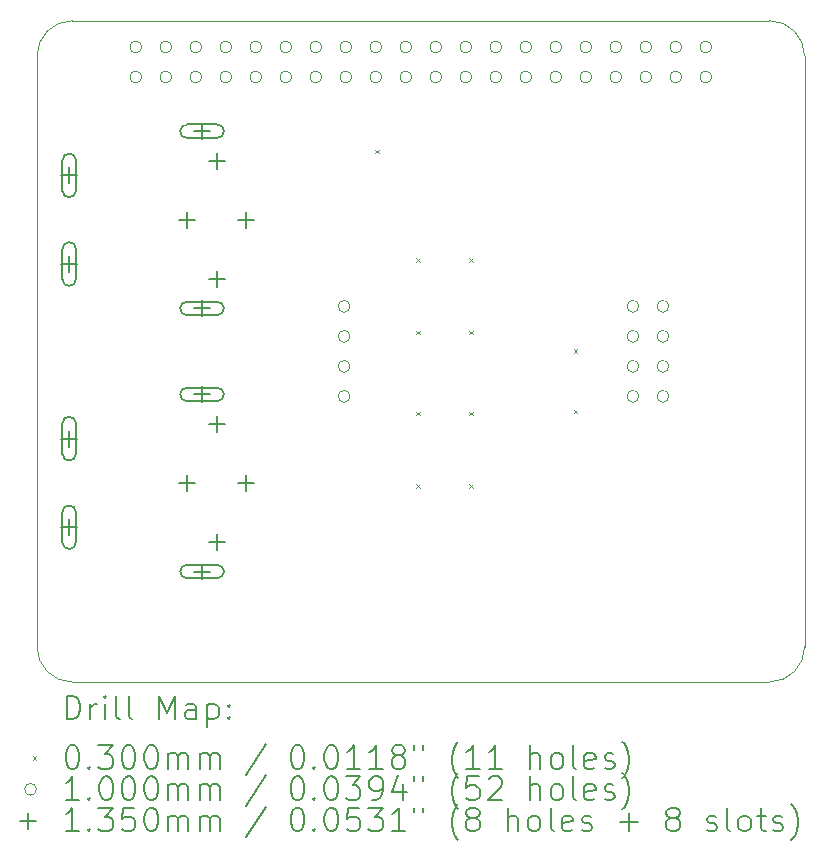
<source format=gbr>
%FSLAX45Y45*%
G04 Gerber Fmt 4.5, Leading zero omitted, Abs format (unit mm)*
G04 Created by KiCad (PCBNEW (6.0.2)) date 2022-03-15 19:16:56*
%MOMM*%
%LPD*%
G01*
G04 APERTURE LIST*
%TA.AperFunction,Profile*%
%ADD10C,0.100000*%
%TD*%
%ADD11C,0.200000*%
%ADD12C,0.030000*%
%ADD13C,0.100000*%
%ADD14C,0.135000*%
G04 APERTURE END LIST*
D10*
X11000000Y-5600000D02*
G75*
G03*
X10700000Y-5900000I0J-300000D01*
G01*
X10700000Y-10900000D02*
G75*
G03*
X11000000Y-11200000I300000J0D01*
G01*
X16900000Y-11200000D02*
G75*
G03*
X17200000Y-10900000I0J300000D01*
G01*
X11000000Y-11200000D02*
X16900000Y-11200000D01*
X16900000Y-5600000D02*
X11000000Y-5600000D01*
X17200000Y-10900000D02*
X17200000Y-5900000D01*
X17200000Y-5900000D02*
G75*
G03*
X16900000Y-5600000I-300000J0D01*
G01*
X10700000Y-5900000D02*
X10700000Y-10900000D01*
D11*
D12*
X13566000Y-6692250D02*
X13596000Y-6722250D01*
X13596000Y-6692250D02*
X13566000Y-6722250D01*
X13911250Y-7610000D02*
X13941250Y-7640000D01*
X13941250Y-7610000D02*
X13911250Y-7640000D01*
X13911250Y-8224272D02*
X13941250Y-8254272D01*
X13941250Y-8224272D02*
X13911250Y-8254272D01*
X13911250Y-8910727D02*
X13941250Y-8940727D01*
X13941250Y-8910727D02*
X13911250Y-8940727D01*
X13911250Y-9525000D02*
X13941250Y-9555000D01*
X13941250Y-9525000D02*
X13911250Y-9555000D01*
X14358750Y-7610000D02*
X14388750Y-7640000D01*
X14388750Y-7610000D02*
X14358750Y-7640000D01*
X14358750Y-8224272D02*
X14388750Y-8254272D01*
X14388750Y-8224272D02*
X14358750Y-8254272D01*
X14358750Y-8910727D02*
X14388750Y-8940727D01*
X14388750Y-8910727D02*
X14358750Y-8940727D01*
X14358750Y-9525000D02*
X14388750Y-9555000D01*
X14388750Y-9525000D02*
X14358750Y-9555000D01*
X15243750Y-8380000D02*
X15273750Y-8410000D01*
X15273750Y-8380000D02*
X15243750Y-8410000D01*
X15243750Y-8895000D02*
X15273750Y-8925000D01*
X15273750Y-8895000D02*
X15243750Y-8925000D01*
D13*
X11587000Y-5823000D02*
G75*
G03*
X11587000Y-5823000I-50000J0D01*
G01*
X11587000Y-6077000D02*
G75*
G03*
X11587000Y-6077000I-50000J0D01*
G01*
X11841000Y-5823000D02*
G75*
G03*
X11841000Y-5823000I-50000J0D01*
G01*
X11841000Y-6077000D02*
G75*
G03*
X11841000Y-6077000I-50000J0D01*
G01*
X12095000Y-5823000D02*
G75*
G03*
X12095000Y-5823000I-50000J0D01*
G01*
X12095000Y-6077000D02*
G75*
G03*
X12095000Y-6077000I-50000J0D01*
G01*
X12349000Y-5823000D02*
G75*
G03*
X12349000Y-5823000I-50000J0D01*
G01*
X12349000Y-6077000D02*
G75*
G03*
X12349000Y-6077000I-50000J0D01*
G01*
X12603000Y-5823000D02*
G75*
G03*
X12603000Y-5823000I-50000J0D01*
G01*
X12603000Y-6077000D02*
G75*
G03*
X12603000Y-6077000I-50000J0D01*
G01*
X12857000Y-5823000D02*
G75*
G03*
X12857000Y-5823000I-50000J0D01*
G01*
X12857000Y-6077000D02*
G75*
G03*
X12857000Y-6077000I-50000J0D01*
G01*
X13111000Y-5823000D02*
G75*
G03*
X13111000Y-5823000I-50000J0D01*
G01*
X13111000Y-6077000D02*
G75*
G03*
X13111000Y-6077000I-50000J0D01*
G01*
X13350000Y-8019000D02*
G75*
G03*
X13350000Y-8019000I-50000J0D01*
G01*
X13350000Y-8273000D02*
G75*
G03*
X13350000Y-8273000I-50000J0D01*
G01*
X13350000Y-8527000D02*
G75*
G03*
X13350000Y-8527000I-50000J0D01*
G01*
X13350000Y-8781000D02*
G75*
G03*
X13350000Y-8781000I-50000J0D01*
G01*
X13365000Y-5823000D02*
G75*
G03*
X13365000Y-5823000I-50000J0D01*
G01*
X13365000Y-6077000D02*
G75*
G03*
X13365000Y-6077000I-50000J0D01*
G01*
X13619000Y-5823000D02*
G75*
G03*
X13619000Y-5823000I-50000J0D01*
G01*
X13619000Y-6077000D02*
G75*
G03*
X13619000Y-6077000I-50000J0D01*
G01*
X13873000Y-5823000D02*
G75*
G03*
X13873000Y-5823000I-50000J0D01*
G01*
X13873000Y-6077000D02*
G75*
G03*
X13873000Y-6077000I-50000J0D01*
G01*
X14127000Y-5823000D02*
G75*
G03*
X14127000Y-5823000I-50000J0D01*
G01*
X14127000Y-6077000D02*
G75*
G03*
X14127000Y-6077000I-50000J0D01*
G01*
X14381000Y-5823000D02*
G75*
G03*
X14381000Y-5823000I-50000J0D01*
G01*
X14381000Y-6077000D02*
G75*
G03*
X14381000Y-6077000I-50000J0D01*
G01*
X14635000Y-5823000D02*
G75*
G03*
X14635000Y-5823000I-50000J0D01*
G01*
X14635000Y-6077000D02*
G75*
G03*
X14635000Y-6077000I-50000J0D01*
G01*
X14889000Y-5823000D02*
G75*
G03*
X14889000Y-5823000I-50000J0D01*
G01*
X14889000Y-6077000D02*
G75*
G03*
X14889000Y-6077000I-50000J0D01*
G01*
X15143000Y-5823000D02*
G75*
G03*
X15143000Y-5823000I-50000J0D01*
G01*
X15143000Y-6077000D02*
G75*
G03*
X15143000Y-6077000I-50000J0D01*
G01*
X15397000Y-5823000D02*
G75*
G03*
X15397000Y-5823000I-50000J0D01*
G01*
X15397000Y-6077000D02*
G75*
G03*
X15397000Y-6077000I-50000J0D01*
G01*
X15651000Y-5823000D02*
G75*
G03*
X15651000Y-5823000I-50000J0D01*
G01*
X15651000Y-6077000D02*
G75*
G03*
X15651000Y-6077000I-50000J0D01*
G01*
X15796000Y-8019000D02*
G75*
G03*
X15796000Y-8019000I-50000J0D01*
G01*
X15796000Y-8273000D02*
G75*
G03*
X15796000Y-8273000I-50000J0D01*
G01*
X15796000Y-8527000D02*
G75*
G03*
X15796000Y-8527000I-50000J0D01*
G01*
X15796000Y-8781000D02*
G75*
G03*
X15796000Y-8781000I-50000J0D01*
G01*
X15905000Y-5823000D02*
G75*
G03*
X15905000Y-5823000I-50000J0D01*
G01*
X15905000Y-6077000D02*
G75*
G03*
X15905000Y-6077000I-50000J0D01*
G01*
X16050000Y-8019000D02*
G75*
G03*
X16050000Y-8019000I-50000J0D01*
G01*
X16050000Y-8273000D02*
G75*
G03*
X16050000Y-8273000I-50000J0D01*
G01*
X16050000Y-8527000D02*
G75*
G03*
X16050000Y-8527000I-50000J0D01*
G01*
X16050000Y-8781000D02*
G75*
G03*
X16050000Y-8781000I-50000J0D01*
G01*
X16159000Y-5823000D02*
G75*
G03*
X16159000Y-5823000I-50000J0D01*
G01*
X16159000Y-6077000D02*
G75*
G03*
X16159000Y-6077000I-50000J0D01*
G01*
X16413000Y-5823000D02*
G75*
G03*
X16413000Y-5823000I-50000J0D01*
G01*
X16413000Y-6077000D02*
G75*
G03*
X16413000Y-6077000I-50000J0D01*
G01*
D14*
X10972500Y-6843333D02*
X10972500Y-6978333D01*
X10905000Y-6910833D02*
X11040000Y-6910833D01*
D11*
X10915000Y-6783333D02*
X10915000Y-7038333D01*
X11030000Y-6783333D02*
X11030000Y-7038333D01*
X10915000Y-7038333D02*
G75*
G03*
X11030000Y-7038333I57500J0D01*
G01*
X11030000Y-6783333D02*
G75*
G03*
X10915000Y-6783333I-57500J0D01*
G01*
D14*
X10972500Y-7593333D02*
X10972500Y-7728333D01*
X10905000Y-7660833D02*
X11040000Y-7660833D01*
D11*
X10915000Y-7533333D02*
X10915000Y-7788333D01*
X11030000Y-7533333D02*
X11030000Y-7788333D01*
X10915000Y-7788333D02*
G75*
G03*
X11030000Y-7788333I57500J0D01*
G01*
X11030000Y-7533333D02*
G75*
G03*
X10915000Y-7533333I-57500J0D01*
G01*
D14*
X10972500Y-9071667D02*
X10972500Y-9206667D01*
X10905000Y-9139167D02*
X11040000Y-9139167D01*
D11*
X10915000Y-9011667D02*
X10915000Y-9266667D01*
X11030000Y-9011667D02*
X11030000Y-9266667D01*
X10915000Y-9266667D02*
G75*
G03*
X11030000Y-9266667I57500J0D01*
G01*
X11030000Y-9011667D02*
G75*
G03*
X10915000Y-9011667I-57500J0D01*
G01*
D14*
X10972500Y-9821667D02*
X10972500Y-9956667D01*
X10905000Y-9889167D02*
X11040000Y-9889167D01*
D11*
X10915000Y-9761667D02*
X10915000Y-10016667D01*
X11030000Y-9761667D02*
X11030000Y-10016667D01*
X10915000Y-10016667D02*
G75*
G03*
X11030000Y-10016667I57500J0D01*
G01*
X11030000Y-9761667D02*
G75*
G03*
X10915000Y-9761667I-57500J0D01*
G01*
D14*
X11972500Y-7218333D02*
X11972500Y-7353333D01*
X11905000Y-7285833D02*
X12040000Y-7285833D01*
X11972500Y-9446667D02*
X11972500Y-9581667D01*
X11905000Y-9514167D02*
X12040000Y-9514167D01*
X12097500Y-6468333D02*
X12097500Y-6603333D01*
X12030000Y-6535833D02*
X12165000Y-6535833D01*
D11*
X12225000Y-6478333D02*
X11970000Y-6478333D01*
X12225000Y-6593333D02*
X11970000Y-6593333D01*
X11970000Y-6478333D02*
G75*
G03*
X11970000Y-6593333I0J-57500D01*
G01*
X12225000Y-6593333D02*
G75*
G03*
X12225000Y-6478333I0J57500D01*
G01*
D14*
X12097500Y-7968333D02*
X12097500Y-8103333D01*
X12030000Y-8035833D02*
X12165000Y-8035833D01*
D11*
X12225000Y-7978333D02*
X11970000Y-7978333D01*
X12225000Y-8093333D02*
X11970000Y-8093333D01*
X11970000Y-7978333D02*
G75*
G03*
X11970000Y-8093333I0J-57500D01*
G01*
X12225000Y-8093333D02*
G75*
G03*
X12225000Y-7978333I0J57500D01*
G01*
D14*
X12097500Y-8696667D02*
X12097500Y-8831667D01*
X12030000Y-8764167D02*
X12165000Y-8764167D01*
D11*
X12225000Y-8706667D02*
X11970000Y-8706667D01*
X12225000Y-8821667D02*
X11970000Y-8821667D01*
X11970000Y-8706667D02*
G75*
G03*
X11970000Y-8821667I0J-57500D01*
G01*
X12225000Y-8821667D02*
G75*
G03*
X12225000Y-8706667I0J57500D01*
G01*
D14*
X12097500Y-10196667D02*
X12097500Y-10331667D01*
X12030000Y-10264167D02*
X12165000Y-10264167D01*
D11*
X12225000Y-10206667D02*
X11970000Y-10206667D01*
X12225000Y-10321667D02*
X11970000Y-10321667D01*
X11970000Y-10206667D02*
G75*
G03*
X11970000Y-10321667I0J-57500D01*
G01*
X12225000Y-10321667D02*
G75*
G03*
X12225000Y-10206667I0J57500D01*
G01*
D14*
X12222500Y-6718333D02*
X12222500Y-6853333D01*
X12155000Y-6785833D02*
X12290000Y-6785833D01*
X12222500Y-7718333D02*
X12222500Y-7853333D01*
X12155000Y-7785833D02*
X12290000Y-7785833D01*
X12222500Y-8946667D02*
X12222500Y-9081667D01*
X12155000Y-9014167D02*
X12290000Y-9014167D01*
X12222500Y-9946667D02*
X12222500Y-10081667D01*
X12155000Y-10014167D02*
X12290000Y-10014167D01*
X12472500Y-7218333D02*
X12472500Y-7353333D01*
X12405000Y-7285833D02*
X12540000Y-7285833D01*
X12472500Y-9446667D02*
X12472500Y-9581667D01*
X12405000Y-9514167D02*
X12540000Y-9514167D01*
D11*
X10952619Y-11515476D02*
X10952619Y-11315476D01*
X11000238Y-11315476D01*
X11028810Y-11325000D01*
X11047857Y-11344048D01*
X11057381Y-11363095D01*
X11066905Y-11401190D01*
X11066905Y-11429762D01*
X11057381Y-11467857D01*
X11047857Y-11486905D01*
X11028810Y-11505952D01*
X11000238Y-11515476D01*
X10952619Y-11515476D01*
X11152619Y-11515476D02*
X11152619Y-11382143D01*
X11152619Y-11420238D02*
X11162143Y-11401190D01*
X11171667Y-11391667D01*
X11190714Y-11382143D01*
X11209762Y-11382143D01*
X11276428Y-11515476D02*
X11276428Y-11382143D01*
X11276428Y-11315476D02*
X11266905Y-11325000D01*
X11276428Y-11334524D01*
X11285952Y-11325000D01*
X11276428Y-11315476D01*
X11276428Y-11334524D01*
X11400238Y-11515476D02*
X11381190Y-11505952D01*
X11371667Y-11486905D01*
X11371667Y-11315476D01*
X11505000Y-11515476D02*
X11485952Y-11505952D01*
X11476428Y-11486905D01*
X11476428Y-11315476D01*
X11733571Y-11515476D02*
X11733571Y-11315476D01*
X11800238Y-11458333D01*
X11866905Y-11315476D01*
X11866905Y-11515476D01*
X12047857Y-11515476D02*
X12047857Y-11410714D01*
X12038333Y-11391667D01*
X12019286Y-11382143D01*
X11981190Y-11382143D01*
X11962143Y-11391667D01*
X12047857Y-11505952D02*
X12028809Y-11515476D01*
X11981190Y-11515476D01*
X11962143Y-11505952D01*
X11952619Y-11486905D01*
X11952619Y-11467857D01*
X11962143Y-11448809D01*
X11981190Y-11439286D01*
X12028809Y-11439286D01*
X12047857Y-11429762D01*
X12143095Y-11382143D02*
X12143095Y-11582143D01*
X12143095Y-11391667D02*
X12162143Y-11382143D01*
X12200238Y-11382143D01*
X12219286Y-11391667D01*
X12228809Y-11401190D01*
X12238333Y-11420238D01*
X12238333Y-11477381D01*
X12228809Y-11496428D01*
X12219286Y-11505952D01*
X12200238Y-11515476D01*
X12162143Y-11515476D01*
X12143095Y-11505952D01*
X12324048Y-11496428D02*
X12333571Y-11505952D01*
X12324048Y-11515476D01*
X12314524Y-11505952D01*
X12324048Y-11496428D01*
X12324048Y-11515476D01*
X12324048Y-11391667D02*
X12333571Y-11401190D01*
X12324048Y-11410714D01*
X12314524Y-11401190D01*
X12324048Y-11391667D01*
X12324048Y-11410714D01*
D12*
X10665000Y-11830000D02*
X10695000Y-11860000D01*
X10695000Y-11830000D02*
X10665000Y-11860000D01*
D11*
X10990714Y-11735476D02*
X11009762Y-11735476D01*
X11028810Y-11745000D01*
X11038333Y-11754524D01*
X11047857Y-11773571D01*
X11057381Y-11811667D01*
X11057381Y-11859286D01*
X11047857Y-11897381D01*
X11038333Y-11916428D01*
X11028810Y-11925952D01*
X11009762Y-11935476D01*
X10990714Y-11935476D01*
X10971667Y-11925952D01*
X10962143Y-11916428D01*
X10952619Y-11897381D01*
X10943095Y-11859286D01*
X10943095Y-11811667D01*
X10952619Y-11773571D01*
X10962143Y-11754524D01*
X10971667Y-11745000D01*
X10990714Y-11735476D01*
X11143095Y-11916428D02*
X11152619Y-11925952D01*
X11143095Y-11935476D01*
X11133571Y-11925952D01*
X11143095Y-11916428D01*
X11143095Y-11935476D01*
X11219286Y-11735476D02*
X11343095Y-11735476D01*
X11276428Y-11811667D01*
X11305000Y-11811667D01*
X11324048Y-11821190D01*
X11333571Y-11830714D01*
X11343095Y-11849762D01*
X11343095Y-11897381D01*
X11333571Y-11916428D01*
X11324048Y-11925952D01*
X11305000Y-11935476D01*
X11247857Y-11935476D01*
X11228809Y-11925952D01*
X11219286Y-11916428D01*
X11466905Y-11735476D02*
X11485952Y-11735476D01*
X11505000Y-11745000D01*
X11514524Y-11754524D01*
X11524048Y-11773571D01*
X11533571Y-11811667D01*
X11533571Y-11859286D01*
X11524048Y-11897381D01*
X11514524Y-11916428D01*
X11505000Y-11925952D01*
X11485952Y-11935476D01*
X11466905Y-11935476D01*
X11447857Y-11925952D01*
X11438333Y-11916428D01*
X11428809Y-11897381D01*
X11419286Y-11859286D01*
X11419286Y-11811667D01*
X11428809Y-11773571D01*
X11438333Y-11754524D01*
X11447857Y-11745000D01*
X11466905Y-11735476D01*
X11657381Y-11735476D02*
X11676428Y-11735476D01*
X11695476Y-11745000D01*
X11705000Y-11754524D01*
X11714524Y-11773571D01*
X11724048Y-11811667D01*
X11724048Y-11859286D01*
X11714524Y-11897381D01*
X11705000Y-11916428D01*
X11695476Y-11925952D01*
X11676428Y-11935476D01*
X11657381Y-11935476D01*
X11638333Y-11925952D01*
X11628809Y-11916428D01*
X11619286Y-11897381D01*
X11609762Y-11859286D01*
X11609762Y-11811667D01*
X11619286Y-11773571D01*
X11628809Y-11754524D01*
X11638333Y-11745000D01*
X11657381Y-11735476D01*
X11809762Y-11935476D02*
X11809762Y-11802143D01*
X11809762Y-11821190D02*
X11819286Y-11811667D01*
X11838333Y-11802143D01*
X11866905Y-11802143D01*
X11885952Y-11811667D01*
X11895476Y-11830714D01*
X11895476Y-11935476D01*
X11895476Y-11830714D02*
X11905000Y-11811667D01*
X11924048Y-11802143D01*
X11952619Y-11802143D01*
X11971667Y-11811667D01*
X11981190Y-11830714D01*
X11981190Y-11935476D01*
X12076428Y-11935476D02*
X12076428Y-11802143D01*
X12076428Y-11821190D02*
X12085952Y-11811667D01*
X12105000Y-11802143D01*
X12133571Y-11802143D01*
X12152619Y-11811667D01*
X12162143Y-11830714D01*
X12162143Y-11935476D01*
X12162143Y-11830714D02*
X12171667Y-11811667D01*
X12190714Y-11802143D01*
X12219286Y-11802143D01*
X12238333Y-11811667D01*
X12247857Y-11830714D01*
X12247857Y-11935476D01*
X12638333Y-11725952D02*
X12466905Y-11983095D01*
X12895476Y-11735476D02*
X12914524Y-11735476D01*
X12933571Y-11745000D01*
X12943095Y-11754524D01*
X12952619Y-11773571D01*
X12962143Y-11811667D01*
X12962143Y-11859286D01*
X12952619Y-11897381D01*
X12943095Y-11916428D01*
X12933571Y-11925952D01*
X12914524Y-11935476D01*
X12895476Y-11935476D01*
X12876428Y-11925952D01*
X12866905Y-11916428D01*
X12857381Y-11897381D01*
X12847857Y-11859286D01*
X12847857Y-11811667D01*
X12857381Y-11773571D01*
X12866905Y-11754524D01*
X12876428Y-11745000D01*
X12895476Y-11735476D01*
X13047857Y-11916428D02*
X13057381Y-11925952D01*
X13047857Y-11935476D01*
X13038333Y-11925952D01*
X13047857Y-11916428D01*
X13047857Y-11935476D01*
X13181190Y-11735476D02*
X13200238Y-11735476D01*
X13219286Y-11745000D01*
X13228809Y-11754524D01*
X13238333Y-11773571D01*
X13247857Y-11811667D01*
X13247857Y-11859286D01*
X13238333Y-11897381D01*
X13228809Y-11916428D01*
X13219286Y-11925952D01*
X13200238Y-11935476D01*
X13181190Y-11935476D01*
X13162143Y-11925952D01*
X13152619Y-11916428D01*
X13143095Y-11897381D01*
X13133571Y-11859286D01*
X13133571Y-11811667D01*
X13143095Y-11773571D01*
X13152619Y-11754524D01*
X13162143Y-11745000D01*
X13181190Y-11735476D01*
X13438333Y-11935476D02*
X13324048Y-11935476D01*
X13381190Y-11935476D02*
X13381190Y-11735476D01*
X13362143Y-11764048D01*
X13343095Y-11783095D01*
X13324048Y-11792619D01*
X13628809Y-11935476D02*
X13514524Y-11935476D01*
X13571667Y-11935476D02*
X13571667Y-11735476D01*
X13552619Y-11764048D01*
X13533571Y-11783095D01*
X13514524Y-11792619D01*
X13743095Y-11821190D02*
X13724048Y-11811667D01*
X13714524Y-11802143D01*
X13705000Y-11783095D01*
X13705000Y-11773571D01*
X13714524Y-11754524D01*
X13724048Y-11745000D01*
X13743095Y-11735476D01*
X13781190Y-11735476D01*
X13800238Y-11745000D01*
X13809762Y-11754524D01*
X13819286Y-11773571D01*
X13819286Y-11783095D01*
X13809762Y-11802143D01*
X13800238Y-11811667D01*
X13781190Y-11821190D01*
X13743095Y-11821190D01*
X13724048Y-11830714D01*
X13714524Y-11840238D01*
X13705000Y-11859286D01*
X13705000Y-11897381D01*
X13714524Y-11916428D01*
X13724048Y-11925952D01*
X13743095Y-11935476D01*
X13781190Y-11935476D01*
X13800238Y-11925952D01*
X13809762Y-11916428D01*
X13819286Y-11897381D01*
X13819286Y-11859286D01*
X13809762Y-11840238D01*
X13800238Y-11830714D01*
X13781190Y-11821190D01*
X13895476Y-11735476D02*
X13895476Y-11773571D01*
X13971667Y-11735476D02*
X13971667Y-11773571D01*
X14266905Y-12011667D02*
X14257381Y-12002143D01*
X14238333Y-11973571D01*
X14228809Y-11954524D01*
X14219286Y-11925952D01*
X14209762Y-11878333D01*
X14209762Y-11840238D01*
X14219286Y-11792619D01*
X14228809Y-11764048D01*
X14238333Y-11745000D01*
X14257381Y-11716428D01*
X14266905Y-11706905D01*
X14447857Y-11935476D02*
X14333571Y-11935476D01*
X14390714Y-11935476D02*
X14390714Y-11735476D01*
X14371667Y-11764048D01*
X14352619Y-11783095D01*
X14333571Y-11792619D01*
X14638333Y-11935476D02*
X14524048Y-11935476D01*
X14581190Y-11935476D02*
X14581190Y-11735476D01*
X14562143Y-11764048D01*
X14543095Y-11783095D01*
X14524048Y-11792619D01*
X14876428Y-11935476D02*
X14876428Y-11735476D01*
X14962143Y-11935476D02*
X14962143Y-11830714D01*
X14952619Y-11811667D01*
X14933571Y-11802143D01*
X14905000Y-11802143D01*
X14885952Y-11811667D01*
X14876428Y-11821190D01*
X15085952Y-11935476D02*
X15066905Y-11925952D01*
X15057381Y-11916428D01*
X15047857Y-11897381D01*
X15047857Y-11840238D01*
X15057381Y-11821190D01*
X15066905Y-11811667D01*
X15085952Y-11802143D01*
X15114524Y-11802143D01*
X15133571Y-11811667D01*
X15143095Y-11821190D01*
X15152619Y-11840238D01*
X15152619Y-11897381D01*
X15143095Y-11916428D01*
X15133571Y-11925952D01*
X15114524Y-11935476D01*
X15085952Y-11935476D01*
X15266905Y-11935476D02*
X15247857Y-11925952D01*
X15238333Y-11906905D01*
X15238333Y-11735476D01*
X15419286Y-11925952D02*
X15400238Y-11935476D01*
X15362143Y-11935476D01*
X15343095Y-11925952D01*
X15333571Y-11906905D01*
X15333571Y-11830714D01*
X15343095Y-11811667D01*
X15362143Y-11802143D01*
X15400238Y-11802143D01*
X15419286Y-11811667D01*
X15428809Y-11830714D01*
X15428809Y-11849762D01*
X15333571Y-11868809D01*
X15505000Y-11925952D02*
X15524048Y-11935476D01*
X15562143Y-11935476D01*
X15581190Y-11925952D01*
X15590714Y-11906905D01*
X15590714Y-11897381D01*
X15581190Y-11878333D01*
X15562143Y-11868809D01*
X15533571Y-11868809D01*
X15514524Y-11859286D01*
X15505000Y-11840238D01*
X15505000Y-11830714D01*
X15514524Y-11811667D01*
X15533571Y-11802143D01*
X15562143Y-11802143D01*
X15581190Y-11811667D01*
X15657381Y-12011667D02*
X15666905Y-12002143D01*
X15685952Y-11973571D01*
X15695476Y-11954524D01*
X15705000Y-11925952D01*
X15714524Y-11878333D01*
X15714524Y-11840238D01*
X15705000Y-11792619D01*
X15695476Y-11764048D01*
X15685952Y-11745000D01*
X15666905Y-11716428D01*
X15657381Y-11706905D01*
D13*
X10695000Y-12109000D02*
G75*
G03*
X10695000Y-12109000I-50000J0D01*
G01*
D11*
X11057381Y-12199476D02*
X10943095Y-12199476D01*
X11000238Y-12199476D02*
X11000238Y-11999476D01*
X10981190Y-12028048D01*
X10962143Y-12047095D01*
X10943095Y-12056619D01*
X11143095Y-12180428D02*
X11152619Y-12189952D01*
X11143095Y-12199476D01*
X11133571Y-12189952D01*
X11143095Y-12180428D01*
X11143095Y-12199476D01*
X11276428Y-11999476D02*
X11295476Y-11999476D01*
X11314524Y-12009000D01*
X11324048Y-12018524D01*
X11333571Y-12037571D01*
X11343095Y-12075667D01*
X11343095Y-12123286D01*
X11333571Y-12161381D01*
X11324048Y-12180428D01*
X11314524Y-12189952D01*
X11295476Y-12199476D01*
X11276428Y-12199476D01*
X11257381Y-12189952D01*
X11247857Y-12180428D01*
X11238333Y-12161381D01*
X11228809Y-12123286D01*
X11228809Y-12075667D01*
X11238333Y-12037571D01*
X11247857Y-12018524D01*
X11257381Y-12009000D01*
X11276428Y-11999476D01*
X11466905Y-11999476D02*
X11485952Y-11999476D01*
X11505000Y-12009000D01*
X11514524Y-12018524D01*
X11524048Y-12037571D01*
X11533571Y-12075667D01*
X11533571Y-12123286D01*
X11524048Y-12161381D01*
X11514524Y-12180428D01*
X11505000Y-12189952D01*
X11485952Y-12199476D01*
X11466905Y-12199476D01*
X11447857Y-12189952D01*
X11438333Y-12180428D01*
X11428809Y-12161381D01*
X11419286Y-12123286D01*
X11419286Y-12075667D01*
X11428809Y-12037571D01*
X11438333Y-12018524D01*
X11447857Y-12009000D01*
X11466905Y-11999476D01*
X11657381Y-11999476D02*
X11676428Y-11999476D01*
X11695476Y-12009000D01*
X11705000Y-12018524D01*
X11714524Y-12037571D01*
X11724048Y-12075667D01*
X11724048Y-12123286D01*
X11714524Y-12161381D01*
X11705000Y-12180428D01*
X11695476Y-12189952D01*
X11676428Y-12199476D01*
X11657381Y-12199476D01*
X11638333Y-12189952D01*
X11628809Y-12180428D01*
X11619286Y-12161381D01*
X11609762Y-12123286D01*
X11609762Y-12075667D01*
X11619286Y-12037571D01*
X11628809Y-12018524D01*
X11638333Y-12009000D01*
X11657381Y-11999476D01*
X11809762Y-12199476D02*
X11809762Y-12066143D01*
X11809762Y-12085190D02*
X11819286Y-12075667D01*
X11838333Y-12066143D01*
X11866905Y-12066143D01*
X11885952Y-12075667D01*
X11895476Y-12094714D01*
X11895476Y-12199476D01*
X11895476Y-12094714D02*
X11905000Y-12075667D01*
X11924048Y-12066143D01*
X11952619Y-12066143D01*
X11971667Y-12075667D01*
X11981190Y-12094714D01*
X11981190Y-12199476D01*
X12076428Y-12199476D02*
X12076428Y-12066143D01*
X12076428Y-12085190D02*
X12085952Y-12075667D01*
X12105000Y-12066143D01*
X12133571Y-12066143D01*
X12152619Y-12075667D01*
X12162143Y-12094714D01*
X12162143Y-12199476D01*
X12162143Y-12094714D02*
X12171667Y-12075667D01*
X12190714Y-12066143D01*
X12219286Y-12066143D01*
X12238333Y-12075667D01*
X12247857Y-12094714D01*
X12247857Y-12199476D01*
X12638333Y-11989952D02*
X12466905Y-12247095D01*
X12895476Y-11999476D02*
X12914524Y-11999476D01*
X12933571Y-12009000D01*
X12943095Y-12018524D01*
X12952619Y-12037571D01*
X12962143Y-12075667D01*
X12962143Y-12123286D01*
X12952619Y-12161381D01*
X12943095Y-12180428D01*
X12933571Y-12189952D01*
X12914524Y-12199476D01*
X12895476Y-12199476D01*
X12876428Y-12189952D01*
X12866905Y-12180428D01*
X12857381Y-12161381D01*
X12847857Y-12123286D01*
X12847857Y-12075667D01*
X12857381Y-12037571D01*
X12866905Y-12018524D01*
X12876428Y-12009000D01*
X12895476Y-11999476D01*
X13047857Y-12180428D02*
X13057381Y-12189952D01*
X13047857Y-12199476D01*
X13038333Y-12189952D01*
X13047857Y-12180428D01*
X13047857Y-12199476D01*
X13181190Y-11999476D02*
X13200238Y-11999476D01*
X13219286Y-12009000D01*
X13228809Y-12018524D01*
X13238333Y-12037571D01*
X13247857Y-12075667D01*
X13247857Y-12123286D01*
X13238333Y-12161381D01*
X13228809Y-12180428D01*
X13219286Y-12189952D01*
X13200238Y-12199476D01*
X13181190Y-12199476D01*
X13162143Y-12189952D01*
X13152619Y-12180428D01*
X13143095Y-12161381D01*
X13133571Y-12123286D01*
X13133571Y-12075667D01*
X13143095Y-12037571D01*
X13152619Y-12018524D01*
X13162143Y-12009000D01*
X13181190Y-11999476D01*
X13314524Y-11999476D02*
X13438333Y-11999476D01*
X13371667Y-12075667D01*
X13400238Y-12075667D01*
X13419286Y-12085190D01*
X13428809Y-12094714D01*
X13438333Y-12113762D01*
X13438333Y-12161381D01*
X13428809Y-12180428D01*
X13419286Y-12189952D01*
X13400238Y-12199476D01*
X13343095Y-12199476D01*
X13324048Y-12189952D01*
X13314524Y-12180428D01*
X13533571Y-12199476D02*
X13571667Y-12199476D01*
X13590714Y-12189952D01*
X13600238Y-12180428D01*
X13619286Y-12151857D01*
X13628809Y-12113762D01*
X13628809Y-12037571D01*
X13619286Y-12018524D01*
X13609762Y-12009000D01*
X13590714Y-11999476D01*
X13552619Y-11999476D01*
X13533571Y-12009000D01*
X13524048Y-12018524D01*
X13514524Y-12037571D01*
X13514524Y-12085190D01*
X13524048Y-12104238D01*
X13533571Y-12113762D01*
X13552619Y-12123286D01*
X13590714Y-12123286D01*
X13609762Y-12113762D01*
X13619286Y-12104238D01*
X13628809Y-12085190D01*
X13800238Y-12066143D02*
X13800238Y-12199476D01*
X13752619Y-11989952D02*
X13705000Y-12132809D01*
X13828809Y-12132809D01*
X13895476Y-11999476D02*
X13895476Y-12037571D01*
X13971667Y-11999476D02*
X13971667Y-12037571D01*
X14266905Y-12275667D02*
X14257381Y-12266143D01*
X14238333Y-12237571D01*
X14228809Y-12218524D01*
X14219286Y-12189952D01*
X14209762Y-12142333D01*
X14209762Y-12104238D01*
X14219286Y-12056619D01*
X14228809Y-12028048D01*
X14238333Y-12009000D01*
X14257381Y-11980428D01*
X14266905Y-11970905D01*
X14438333Y-11999476D02*
X14343095Y-11999476D01*
X14333571Y-12094714D01*
X14343095Y-12085190D01*
X14362143Y-12075667D01*
X14409762Y-12075667D01*
X14428809Y-12085190D01*
X14438333Y-12094714D01*
X14447857Y-12113762D01*
X14447857Y-12161381D01*
X14438333Y-12180428D01*
X14428809Y-12189952D01*
X14409762Y-12199476D01*
X14362143Y-12199476D01*
X14343095Y-12189952D01*
X14333571Y-12180428D01*
X14524048Y-12018524D02*
X14533571Y-12009000D01*
X14552619Y-11999476D01*
X14600238Y-11999476D01*
X14619286Y-12009000D01*
X14628809Y-12018524D01*
X14638333Y-12037571D01*
X14638333Y-12056619D01*
X14628809Y-12085190D01*
X14514524Y-12199476D01*
X14638333Y-12199476D01*
X14876428Y-12199476D02*
X14876428Y-11999476D01*
X14962143Y-12199476D02*
X14962143Y-12094714D01*
X14952619Y-12075667D01*
X14933571Y-12066143D01*
X14905000Y-12066143D01*
X14885952Y-12075667D01*
X14876428Y-12085190D01*
X15085952Y-12199476D02*
X15066905Y-12189952D01*
X15057381Y-12180428D01*
X15047857Y-12161381D01*
X15047857Y-12104238D01*
X15057381Y-12085190D01*
X15066905Y-12075667D01*
X15085952Y-12066143D01*
X15114524Y-12066143D01*
X15133571Y-12075667D01*
X15143095Y-12085190D01*
X15152619Y-12104238D01*
X15152619Y-12161381D01*
X15143095Y-12180428D01*
X15133571Y-12189952D01*
X15114524Y-12199476D01*
X15085952Y-12199476D01*
X15266905Y-12199476D02*
X15247857Y-12189952D01*
X15238333Y-12170905D01*
X15238333Y-11999476D01*
X15419286Y-12189952D02*
X15400238Y-12199476D01*
X15362143Y-12199476D01*
X15343095Y-12189952D01*
X15333571Y-12170905D01*
X15333571Y-12094714D01*
X15343095Y-12075667D01*
X15362143Y-12066143D01*
X15400238Y-12066143D01*
X15419286Y-12075667D01*
X15428809Y-12094714D01*
X15428809Y-12113762D01*
X15333571Y-12132809D01*
X15505000Y-12189952D02*
X15524048Y-12199476D01*
X15562143Y-12199476D01*
X15581190Y-12189952D01*
X15590714Y-12170905D01*
X15590714Y-12161381D01*
X15581190Y-12142333D01*
X15562143Y-12132809D01*
X15533571Y-12132809D01*
X15514524Y-12123286D01*
X15505000Y-12104238D01*
X15505000Y-12094714D01*
X15514524Y-12075667D01*
X15533571Y-12066143D01*
X15562143Y-12066143D01*
X15581190Y-12075667D01*
X15657381Y-12275667D02*
X15666905Y-12266143D01*
X15685952Y-12237571D01*
X15695476Y-12218524D01*
X15705000Y-12189952D01*
X15714524Y-12142333D01*
X15714524Y-12104238D01*
X15705000Y-12056619D01*
X15695476Y-12028048D01*
X15685952Y-12009000D01*
X15666905Y-11980428D01*
X15657381Y-11970905D01*
D14*
X10627500Y-12305500D02*
X10627500Y-12440500D01*
X10560000Y-12373000D02*
X10695000Y-12373000D01*
D11*
X11057381Y-12463476D02*
X10943095Y-12463476D01*
X11000238Y-12463476D02*
X11000238Y-12263476D01*
X10981190Y-12292048D01*
X10962143Y-12311095D01*
X10943095Y-12320619D01*
X11143095Y-12444428D02*
X11152619Y-12453952D01*
X11143095Y-12463476D01*
X11133571Y-12453952D01*
X11143095Y-12444428D01*
X11143095Y-12463476D01*
X11219286Y-12263476D02*
X11343095Y-12263476D01*
X11276428Y-12339667D01*
X11305000Y-12339667D01*
X11324048Y-12349190D01*
X11333571Y-12358714D01*
X11343095Y-12377762D01*
X11343095Y-12425381D01*
X11333571Y-12444428D01*
X11324048Y-12453952D01*
X11305000Y-12463476D01*
X11247857Y-12463476D01*
X11228809Y-12453952D01*
X11219286Y-12444428D01*
X11524048Y-12263476D02*
X11428809Y-12263476D01*
X11419286Y-12358714D01*
X11428809Y-12349190D01*
X11447857Y-12339667D01*
X11495476Y-12339667D01*
X11514524Y-12349190D01*
X11524048Y-12358714D01*
X11533571Y-12377762D01*
X11533571Y-12425381D01*
X11524048Y-12444428D01*
X11514524Y-12453952D01*
X11495476Y-12463476D01*
X11447857Y-12463476D01*
X11428809Y-12453952D01*
X11419286Y-12444428D01*
X11657381Y-12263476D02*
X11676428Y-12263476D01*
X11695476Y-12273000D01*
X11705000Y-12282524D01*
X11714524Y-12301571D01*
X11724048Y-12339667D01*
X11724048Y-12387286D01*
X11714524Y-12425381D01*
X11705000Y-12444428D01*
X11695476Y-12453952D01*
X11676428Y-12463476D01*
X11657381Y-12463476D01*
X11638333Y-12453952D01*
X11628809Y-12444428D01*
X11619286Y-12425381D01*
X11609762Y-12387286D01*
X11609762Y-12339667D01*
X11619286Y-12301571D01*
X11628809Y-12282524D01*
X11638333Y-12273000D01*
X11657381Y-12263476D01*
X11809762Y-12463476D02*
X11809762Y-12330143D01*
X11809762Y-12349190D02*
X11819286Y-12339667D01*
X11838333Y-12330143D01*
X11866905Y-12330143D01*
X11885952Y-12339667D01*
X11895476Y-12358714D01*
X11895476Y-12463476D01*
X11895476Y-12358714D02*
X11905000Y-12339667D01*
X11924048Y-12330143D01*
X11952619Y-12330143D01*
X11971667Y-12339667D01*
X11981190Y-12358714D01*
X11981190Y-12463476D01*
X12076428Y-12463476D02*
X12076428Y-12330143D01*
X12076428Y-12349190D02*
X12085952Y-12339667D01*
X12105000Y-12330143D01*
X12133571Y-12330143D01*
X12152619Y-12339667D01*
X12162143Y-12358714D01*
X12162143Y-12463476D01*
X12162143Y-12358714D02*
X12171667Y-12339667D01*
X12190714Y-12330143D01*
X12219286Y-12330143D01*
X12238333Y-12339667D01*
X12247857Y-12358714D01*
X12247857Y-12463476D01*
X12638333Y-12253952D02*
X12466905Y-12511095D01*
X12895476Y-12263476D02*
X12914524Y-12263476D01*
X12933571Y-12273000D01*
X12943095Y-12282524D01*
X12952619Y-12301571D01*
X12962143Y-12339667D01*
X12962143Y-12387286D01*
X12952619Y-12425381D01*
X12943095Y-12444428D01*
X12933571Y-12453952D01*
X12914524Y-12463476D01*
X12895476Y-12463476D01*
X12876428Y-12453952D01*
X12866905Y-12444428D01*
X12857381Y-12425381D01*
X12847857Y-12387286D01*
X12847857Y-12339667D01*
X12857381Y-12301571D01*
X12866905Y-12282524D01*
X12876428Y-12273000D01*
X12895476Y-12263476D01*
X13047857Y-12444428D02*
X13057381Y-12453952D01*
X13047857Y-12463476D01*
X13038333Y-12453952D01*
X13047857Y-12444428D01*
X13047857Y-12463476D01*
X13181190Y-12263476D02*
X13200238Y-12263476D01*
X13219286Y-12273000D01*
X13228809Y-12282524D01*
X13238333Y-12301571D01*
X13247857Y-12339667D01*
X13247857Y-12387286D01*
X13238333Y-12425381D01*
X13228809Y-12444428D01*
X13219286Y-12453952D01*
X13200238Y-12463476D01*
X13181190Y-12463476D01*
X13162143Y-12453952D01*
X13152619Y-12444428D01*
X13143095Y-12425381D01*
X13133571Y-12387286D01*
X13133571Y-12339667D01*
X13143095Y-12301571D01*
X13152619Y-12282524D01*
X13162143Y-12273000D01*
X13181190Y-12263476D01*
X13428809Y-12263476D02*
X13333571Y-12263476D01*
X13324048Y-12358714D01*
X13333571Y-12349190D01*
X13352619Y-12339667D01*
X13400238Y-12339667D01*
X13419286Y-12349190D01*
X13428809Y-12358714D01*
X13438333Y-12377762D01*
X13438333Y-12425381D01*
X13428809Y-12444428D01*
X13419286Y-12453952D01*
X13400238Y-12463476D01*
X13352619Y-12463476D01*
X13333571Y-12453952D01*
X13324048Y-12444428D01*
X13505000Y-12263476D02*
X13628809Y-12263476D01*
X13562143Y-12339667D01*
X13590714Y-12339667D01*
X13609762Y-12349190D01*
X13619286Y-12358714D01*
X13628809Y-12377762D01*
X13628809Y-12425381D01*
X13619286Y-12444428D01*
X13609762Y-12453952D01*
X13590714Y-12463476D01*
X13533571Y-12463476D01*
X13514524Y-12453952D01*
X13505000Y-12444428D01*
X13819286Y-12463476D02*
X13705000Y-12463476D01*
X13762143Y-12463476D02*
X13762143Y-12263476D01*
X13743095Y-12292048D01*
X13724048Y-12311095D01*
X13705000Y-12320619D01*
X13895476Y-12263476D02*
X13895476Y-12301571D01*
X13971667Y-12263476D02*
X13971667Y-12301571D01*
X14266905Y-12539667D02*
X14257381Y-12530143D01*
X14238333Y-12501571D01*
X14228809Y-12482524D01*
X14219286Y-12453952D01*
X14209762Y-12406333D01*
X14209762Y-12368238D01*
X14219286Y-12320619D01*
X14228809Y-12292048D01*
X14238333Y-12273000D01*
X14257381Y-12244428D01*
X14266905Y-12234905D01*
X14371667Y-12349190D02*
X14352619Y-12339667D01*
X14343095Y-12330143D01*
X14333571Y-12311095D01*
X14333571Y-12301571D01*
X14343095Y-12282524D01*
X14352619Y-12273000D01*
X14371667Y-12263476D01*
X14409762Y-12263476D01*
X14428809Y-12273000D01*
X14438333Y-12282524D01*
X14447857Y-12301571D01*
X14447857Y-12311095D01*
X14438333Y-12330143D01*
X14428809Y-12339667D01*
X14409762Y-12349190D01*
X14371667Y-12349190D01*
X14352619Y-12358714D01*
X14343095Y-12368238D01*
X14333571Y-12387286D01*
X14333571Y-12425381D01*
X14343095Y-12444428D01*
X14352619Y-12453952D01*
X14371667Y-12463476D01*
X14409762Y-12463476D01*
X14428809Y-12453952D01*
X14438333Y-12444428D01*
X14447857Y-12425381D01*
X14447857Y-12387286D01*
X14438333Y-12368238D01*
X14428809Y-12358714D01*
X14409762Y-12349190D01*
X14685952Y-12463476D02*
X14685952Y-12263476D01*
X14771667Y-12463476D02*
X14771667Y-12358714D01*
X14762143Y-12339667D01*
X14743095Y-12330143D01*
X14714524Y-12330143D01*
X14695476Y-12339667D01*
X14685952Y-12349190D01*
X14895476Y-12463476D02*
X14876428Y-12453952D01*
X14866905Y-12444428D01*
X14857381Y-12425381D01*
X14857381Y-12368238D01*
X14866905Y-12349190D01*
X14876428Y-12339667D01*
X14895476Y-12330143D01*
X14924048Y-12330143D01*
X14943095Y-12339667D01*
X14952619Y-12349190D01*
X14962143Y-12368238D01*
X14962143Y-12425381D01*
X14952619Y-12444428D01*
X14943095Y-12453952D01*
X14924048Y-12463476D01*
X14895476Y-12463476D01*
X15076428Y-12463476D02*
X15057381Y-12453952D01*
X15047857Y-12434905D01*
X15047857Y-12263476D01*
X15228809Y-12453952D02*
X15209762Y-12463476D01*
X15171667Y-12463476D01*
X15152619Y-12453952D01*
X15143095Y-12434905D01*
X15143095Y-12358714D01*
X15152619Y-12339667D01*
X15171667Y-12330143D01*
X15209762Y-12330143D01*
X15228809Y-12339667D01*
X15238333Y-12358714D01*
X15238333Y-12377762D01*
X15143095Y-12396809D01*
X15314524Y-12453952D02*
X15333571Y-12463476D01*
X15371667Y-12463476D01*
X15390714Y-12453952D01*
X15400238Y-12434905D01*
X15400238Y-12425381D01*
X15390714Y-12406333D01*
X15371667Y-12396809D01*
X15343095Y-12396809D01*
X15324048Y-12387286D01*
X15314524Y-12368238D01*
X15314524Y-12358714D01*
X15324048Y-12339667D01*
X15343095Y-12330143D01*
X15371667Y-12330143D01*
X15390714Y-12339667D01*
X15638333Y-12387286D02*
X15790714Y-12387286D01*
X15714524Y-12463476D02*
X15714524Y-12311095D01*
X16066905Y-12349190D02*
X16047857Y-12339667D01*
X16038333Y-12330143D01*
X16028809Y-12311095D01*
X16028809Y-12301571D01*
X16038333Y-12282524D01*
X16047857Y-12273000D01*
X16066905Y-12263476D01*
X16105000Y-12263476D01*
X16124048Y-12273000D01*
X16133571Y-12282524D01*
X16143095Y-12301571D01*
X16143095Y-12311095D01*
X16133571Y-12330143D01*
X16124048Y-12339667D01*
X16105000Y-12349190D01*
X16066905Y-12349190D01*
X16047857Y-12358714D01*
X16038333Y-12368238D01*
X16028809Y-12387286D01*
X16028809Y-12425381D01*
X16038333Y-12444428D01*
X16047857Y-12453952D01*
X16066905Y-12463476D01*
X16105000Y-12463476D01*
X16124048Y-12453952D01*
X16133571Y-12444428D01*
X16143095Y-12425381D01*
X16143095Y-12387286D01*
X16133571Y-12368238D01*
X16124048Y-12358714D01*
X16105000Y-12349190D01*
X16371667Y-12453952D02*
X16390714Y-12463476D01*
X16428809Y-12463476D01*
X16447857Y-12453952D01*
X16457381Y-12434905D01*
X16457381Y-12425381D01*
X16447857Y-12406333D01*
X16428809Y-12396809D01*
X16400238Y-12396809D01*
X16381190Y-12387286D01*
X16371667Y-12368238D01*
X16371667Y-12358714D01*
X16381190Y-12339667D01*
X16400238Y-12330143D01*
X16428809Y-12330143D01*
X16447857Y-12339667D01*
X16571667Y-12463476D02*
X16552619Y-12453952D01*
X16543095Y-12434905D01*
X16543095Y-12263476D01*
X16676428Y-12463476D02*
X16657381Y-12453952D01*
X16647857Y-12444428D01*
X16638333Y-12425381D01*
X16638333Y-12368238D01*
X16647857Y-12349190D01*
X16657381Y-12339667D01*
X16676428Y-12330143D01*
X16705000Y-12330143D01*
X16724048Y-12339667D01*
X16733571Y-12349190D01*
X16743095Y-12368238D01*
X16743095Y-12425381D01*
X16733571Y-12444428D01*
X16724048Y-12453952D01*
X16705000Y-12463476D01*
X16676428Y-12463476D01*
X16800238Y-12330143D02*
X16876429Y-12330143D01*
X16828810Y-12263476D02*
X16828810Y-12434905D01*
X16838333Y-12453952D01*
X16857381Y-12463476D01*
X16876429Y-12463476D01*
X16933571Y-12453952D02*
X16952619Y-12463476D01*
X16990714Y-12463476D01*
X17009762Y-12453952D01*
X17019286Y-12434905D01*
X17019286Y-12425381D01*
X17009762Y-12406333D01*
X16990714Y-12396809D01*
X16962143Y-12396809D01*
X16943095Y-12387286D01*
X16933571Y-12368238D01*
X16933571Y-12358714D01*
X16943095Y-12339667D01*
X16962143Y-12330143D01*
X16990714Y-12330143D01*
X17009762Y-12339667D01*
X17085952Y-12539667D02*
X17095476Y-12530143D01*
X17114524Y-12501571D01*
X17124048Y-12482524D01*
X17133571Y-12453952D01*
X17143095Y-12406333D01*
X17143095Y-12368238D01*
X17133571Y-12320619D01*
X17124048Y-12292048D01*
X17114524Y-12273000D01*
X17095476Y-12244428D01*
X17085952Y-12234905D01*
M02*

</source>
